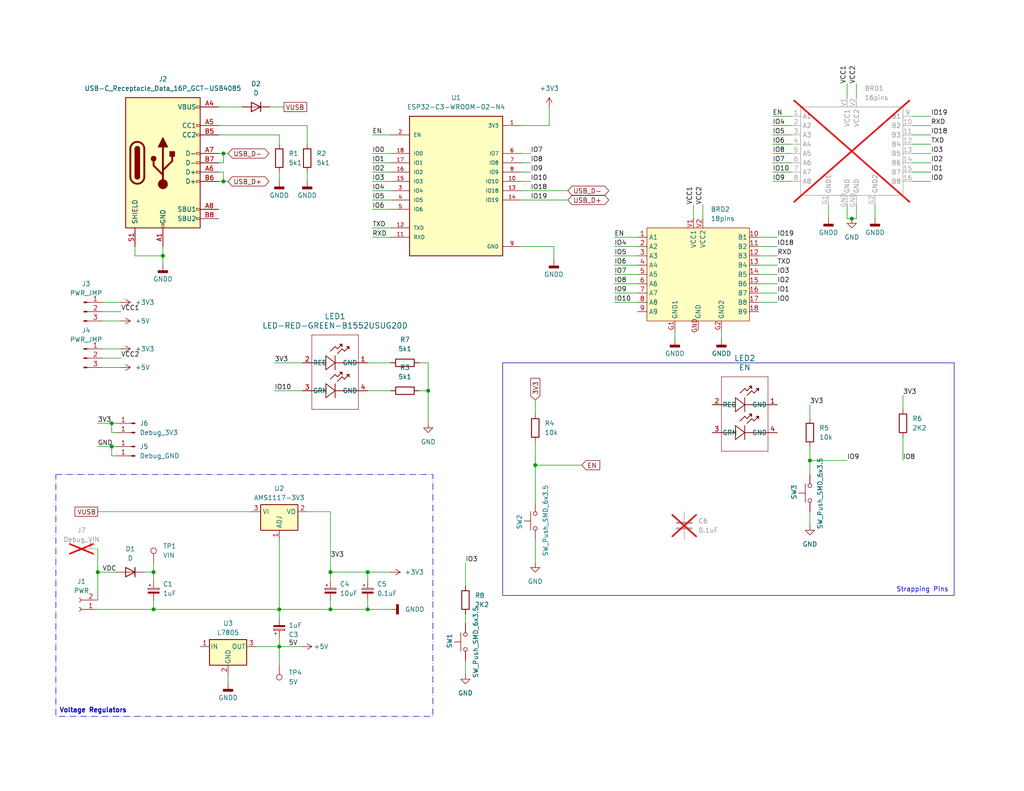
<source format=kicad_sch>
(kicad_sch (version 20250114) (generator "eeschema") (generator_version "9.0")
  (paper "USLetter")
  (lib_symbols
    (symbol "+5V_1" (power) (pin_numbers (hide yes)) (pin_names (offset 0) (hide yes))
      (property "Value" "+5V" (at 0 3.556 0))
      (symbol "+5V_1_0_1"
        (polyline (pts (xy -0.762 1.27) (xy 0 2.54)))
        (polyline (pts (xy 0 2.54) (xy 0.762 1.27)))
        (polyline (pts (xy 0 0) (xy 0 2.54)))
      )
      (symbol "+5V_1_1_1"
        (pin power_in line (at 0 0 90) (length 0) (name "~") (number "1"))
      )
    )
    (symbol "Alexander KiCad Libraries:AMS1117-3V3" (exclude_from_sim yes)
      (property "Reference" "U" (at 0 -0.254 0))
      (property "Value" "AMS1117-3V3" (at -0.508 1.778 0))
      (symbol "AMS1117-3V3_0_1"
        (rectangle (start -5.08 -8.89) (end 5.08 -1.905) (stroke (width 0.254)) (fill (type background)))
      )
      (symbol "AMS1117-3V3_1_1"
        (pin power_in line (at -7.62 -3.81 0) (length 2.54) (name "VI") (number "3"))
        (pin power_out line (at 0 -11.43 90) (length 2.54) (name "ADJ") (number "1"))
        (pin power_out line (at 7.62 -3.81 180) (length 2.54) (name "VO") (number "2"))
      )
    )
    (symbol "Alexander KiCad Libraries:BRD-PowerAdapter-ESP32C3"
      (property "Reference" "BRD" (at -11.176 3.302 0))
      (property "Value" "16pins" (at 0.508 -10.922 0))
      (symbol "BRD-PowerAdapter-ESP32C3_0_1"
        (rectangle (start -13.97 0) (end 13.97 -24.13))
      )
      (symbol "BRD-PowerAdapter-ESP32C3_1_0"
        (pin bidirectional line (at -16.51 -5.08 0) (length 2.54) (name "A2") (number "2"))
        (pin bidirectional line (at -16.51 -7.62 0) (length 2.54) (name "A3") (number "3"))
        (pin bidirectional line (at -16.51 -10.16 0) (length 2.54) (name "A4") (number "4"))
        (pin bidirectional line (at -16.51 -12.7 0) (length 2.54) (name "A5") (number "5"))
        (pin bidirectional line (at -16.51 -15.24 0) (length 2.54) (name "A6") (number "6"))
        (pin bidirectional line (at -16.51 -17.78 0) (length 2.54) (name "A7") (number "7"))
        (pin bidirectional line (at -16.51 -20.32 0) (length 2.54) (name "A8") (number "8"))
        (pin bidirectional line (at 16.51 -5.08 180) (length 2.54) (name "B2") (number "10"))
        (pin bidirectional line (at 16.51 -7.62 180) (length 2.54) (name "B3") (number "11"))
        (pin bidirectional line (at 16.51 -10.16 180) (length 2.54) (name "B4") (number "12"))
        (pin bidirectional line (at 16.51 -12.7 180) (length 2.54) (name "B5") (number "13"))
        (pin bidirectional line (at 16.51 -15.24 180) (length 2.54) (name "B6") (number "14"))
        (pin bidirectional line (at 16.51 -17.78 180) (length 2.54) (name "B7") (number "15"))
        (pin bidirectional line (at 16.51 -20.32 180) (length 2.54) (name "B8") (number "16"))
      )
      (symbol "BRD-PowerAdapter-ESP32C3_1_1"
        (pin bidirectional line (at -16.51 -2.54 0) (length 2.54) (name "A1") (number "1"))
        (pin input line (at -6.35 -26.67 90) (length 2.54) (name "GND1") (number "G1"))
        (pin input line (at -1.27 2.54 270) (length 2.54) (name "VCC1") (number "V1"))
        (pin input line (at -1.27 -26.67 90) (length 2.54) (name "GND") (number "GND"))
        (pin input line (at 1.27 2.54 270) (length 2.54) (name "VCC2") (number "V2"))
        (pin input line (at 1.27 -26.67 90) (length 2.54) (name "GND") (number "GND"))
        (pin input line (at 6.35 -26.67 90) (length 2.54) (name "GND2") (number "G2"))
        (pin input line (at 16.51 -2.54 180) (length 2.54) (name "B1") (number "9"))
      )
    )
    (symbol "Alexander KiCad Libraries:Conn_Debug_01x02_Pin" (pin_names (offset 1.016) (hide yes))
      (property "Reference" "J" (at 0 2.54 0))
      (property "Value" "Conn_Debug_01x02_Pin" (at 0 -5.08 0))
      (symbol "Conn_Debug_01x02_Pin_1_1"
        (rectangle (start 0.8636 0.127) (end 0 -0.127) (stroke (width 0.1524)) (fill (type outline)))
        (rectangle (start 0.8636 -2.413) (end 0 -2.667) (stroke (width 0.1524)) (fill (type outline)))
        (polyline (pts (xy 1.27 0) (xy 0.8636 0)) (stroke (width 0.1524)))
        (polyline (pts (xy 1.27 -2.54) (xy 0.8636 -2.54)) (stroke (width 0.1524)))
        (pin passive line (at 5.08 0 180) (length 3.81) (name "DBG") (number "1"))
        (pin passive line (at 5.08 -2.54 180) (length 3.81) (name "DBG") (number "1"))
      )
    )
    (symbol "Alexander KiCad Libraries:ESP32-C3-WROOM-02-N4" (pin_names (offset 1.016))
      (property "Reference" "U" (at -12.7 21.082 0))
      (property "Value" "ESP32-C3-WROOM-02-N4" (at -13.208 -19.05 0))
      (symbol "ESP32-C3-WROOM-02-N4_0_0"
        (rectangle (start -12.7 20.32) (end 12.7 -17.78) (stroke (width 0.254)) (fill (type background)))
        (pin input line (at -17.78 15.24 0) (length 5.08) (name "EN") (number "2"))
        (pin bidirectional line (at -17.78 10.16 0) (length 5.08) (name "IO0") (number "18"))
        (pin bidirectional line (at -17.78 7.62 0) (length 5.08) (name "IO1") (number "17"))
        (pin bidirectional line (at -17.78 5.08 0) (length 5.08) (name "IO2") (number "16"))
        (pin bidirectional line (at -17.78 2.54 0) (length 5.08) (name "IO3") (number "15"))
        (pin bidirectional line (at -17.78 0 0) (length 5.08) (name "IO4") (number "3"))
        (pin bidirectional line (at -17.78 -2.54 0) (length 5.08) (name "IO5") (number "4"))
        (pin bidirectional line (at -17.78 -5.08 0) (length 5.08) (name "IO6") (number "5"))
        (pin bidirectional line (at -17.78 -10.16 0) (length 5.08) (name "TXD") (number "12"))
        (pin bidirectional line (at -17.78 -12.7 0) (length 5.08) (name "RXD") (number "11"))
        (pin power_in line (at 17.78 17.78 180) (length 5.08) (name "3V3") (number "1"))
        (pin bidirectional line (at 17.78 10.16 180) (length 5.08) (name "IO7") (number "6"))
        (pin bidirectional line (at 17.78 7.62 180) (length 5.08) (name "IO8") (number "7"))
        (pin bidirectional line (at 17.78 5.08 180) (length 5.08) (name "IO9") (number "8"))
        (pin bidirectional line (at 17.78 2.54 180) (length 5.08) (name "IO10") (number "10"))
        (pin bidirectional line (at 17.78 0 180) (length 5.08) (name "IO18") (number "13"))
        (pin bidirectional line (at 17.78 -2.54 180) (length 5.08) (name "IO19") (number "14"))
        (pin power_in line (at 17.78 -15.24 180) (length 5.08) (hide yes) (name "GND__1") (number "19"))
        (pin power_in line (at 17.78 -15.24 180) (length 5.08) (hide yes) (name "GND__2") (number "20"))
        (pin power_in line (at 17.78 -15.24 180) (length 5.08) (hide yes) (name "GND__3") (number "21"))
        (pin power_in line (at 17.78 -15.24 180) (length 5.08) (hide yes) (name "GND__4") (number "22"))
        (pin power_in line (at 17.78 -15.24 180) (length 5.08) (hide yes) (name "GND__5") (number "23"))
        (pin power_in line (at 17.78 -15.24 180) (length 5.08) (hide yes) (name "GND__6") (number "24"))
        (pin power_in line (at 17.78 -15.24 180) (length 5.08) (hide yes) (name "GND__7") (number "25"))
        (pin power_in line (at 17.78 -15.24 180) (length 5.08) (hide yes) (name "GND__8") (number "26"))
        (pin power_in line (at 17.78 -15.24 180) (length 5.08) (hide yes) (name "GND__9") (number "27"))
        (pin power_in line (at 17.78 -15.24 180) (length 5.08) (hide yes) (name "GND__10") (number "28"))
        (pin power_in line (at 17.78 -15.24 180) (length 5.08) (hide yes) (name "GND__11") (number "29"))
        (pin power_in line (at 17.78 -15.24 180) (length 5.08) (hide yes) (name "GND__12") (number "30"))
        (pin power_in line (at 17.78 -15.24 180) (length 5.08) (hide yes) (name "GND__13") (number "31"))
        (pin power_in line (at 17.78 -15.24 180) (length 5.08) (hide yes) (name "GND__14") (number "32"))
        (pin power_in line (at 17.78 -15.24 180) (length 5.08) (hide yes) (name "GND__15") (number "33"))
        (pin power_in line (at 17.78 -15.24 180) (length 5.08) (hide yes) (name "GND__16") (number "34"))
        (pin power_in line (at 17.78 -15.24 180) (length 5.08) (hide yes) (name "GND__17") (number "35"))
        (pin power_in line (at 17.78 -15.24 180) (length 5.08) (hide yes) (name "GND__18") (number "36"))
        (pin power_in line (at 17.78 -15.24 180) (length 5.08) (hide yes) (name "GND__19") (number "37"))
        (pin power_in line (at 17.78 -15.24 180) (length 5.08) (hide yes) (name "GND__20") (number "38"))
        (pin power_in line (at 17.78 -15.24 180) (length 5.08) (hide yes) (name "GND__21") (number "39"))
        (pin power_in line (at 17.78 -15.24 180) (length 5.08) (name "GND") (number "9"))
      )
    )
    (symbol "Alexander Symbol Library:USB-C_Receptacle_Data_16P_GCT-USB4085" (pin_names (offset 1.016))
      (property "Reference" "J" (at 0 22.225 0))
      (property "Value" "USB-C_Receptacle_Data_16P_GCT-USB4085" (at 0 19.685 0))
      (symbol "USB-C_Receptacle_Data_16P_GCT-USB4085_0_0"
        (rectangle (start -0.254 -17.78) (end 0.254 -16.764))
        (rectangle (start 10.16 15.494) (end 9.144 14.986))
        (rectangle (start 10.16 10.414) (end 9.144 9.906))
        (rectangle (start 10.16 7.874) (end 9.144 7.366))
        (rectangle (start 10.16 2.794) (end 9.144 2.286))
        (rectangle (start 10.16 0.254) (end 9.144 -0.254))
        (rectangle (start 10.16 -2.286) (end 9.144 -2.794))
        (rectangle (start 10.16 -4.826) (end 9.144 -5.334))
        (rectangle (start 10.16 -12.446) (end 9.144 -12.954))
        (rectangle (start 10.16 -14.986) (end 9.144 -15.494))
      )
      (symbol "USB-C_Receptacle_Data_16P_GCT-USB4085_0_1"
        (rectangle (start -10.16 17.78) (end 10.16 -17.78) (stroke (width 0.254)) (fill (type background)))
        (polyline (pts (xy -8.89 -3.81) (xy -8.89 3.81)) (stroke (width 0.508)))
        (rectangle (start -7.62 -3.81) (end -6.35 3.81) (stroke (width 0.254)) (fill (type outline)))
        (arc (start -7.62 3.81) (mid -6.985 4.4423) (end -6.35 3.81) (stroke (width 0.254)))
        (arc (start -7.62 3.81) (mid -6.985 4.4423) (end -6.35 3.81) (stroke (width 0.254)) (fill (type outline)))
        (arc (start -8.89 3.81) (mid -6.985 5.7067) (end -5.08 3.81) (stroke (width 0.508)))
        (arc (start -5.08 -3.81) (mid -6.985 -5.7067) (end -8.89 -3.81) (stroke (width 0.508)))
        (arc (start -6.35 -3.81) (mid -6.985 -4.4423) (end -7.62 -3.81) (stroke (width 0.254)))
        (arc (start -6.35 -3.81) (mid -6.985 -4.4423) (end -7.62 -3.81) (stroke (width 0.254)) (fill (type outline)))
        (polyline (pts (xy -5.08 3.81) (xy -5.08 -3.81)) (stroke (width 0.508)))
        (circle (center -2.54 1.143) (radius 0.635) (stroke (width 0.254)) (fill (type outline)))
        (polyline (pts (xy -1.27 4.318) (xy 0 6.858) (xy 1.27 4.318) (xy -1.27 4.318)) (stroke (width 0.254)) (fill (type outline)))
        (polyline (pts (xy 0 -2.032) (xy 2.54 0.508) (xy 2.54 1.778)) (stroke (width 0.508)))
        (polyline (pts (xy 0 -3.302) (xy -2.54 -0.762) (xy -2.54 0.508)) (stroke (width 0.508)))
        (polyline (pts (xy 0 -5.842) (xy 0 4.318)) (stroke (width 0.508)))
        (circle (center 0 -5.842) (radius 1.27) (fill (type outline)))
        (rectangle (start 1.905 1.778) (end 3.175 3.048) (stroke (width 0.254)) (fill (type outline)))
      )
      (symbol "USB-C_Receptacle_Data_16P_GCT-USB4085_1_1"
        (pin power_in line (at -7.62 -22.86 90) (length 5.08) (name "SHIELD") (number "S1"))
        (pin power_in line (at -7.62 -22.86 90) (length 5.08) (hide yes) (name "SHIELD") (number "S2"))
        (pin power_in line (at -7.62 -22.86 90) (length 5.08) (hide yes) (name "SHIELD") (number "S3"))
        (pin power_in line (at -7.62 -22.86 90) (length 5.08) (hide yes) (name "SHIELD") (number "S4"))
        (pin power_in line (at 0 -22.86 90) (length 5.08) (name "GND") (number "A1"))
        (pin power_in line (at 0 -22.86 90) (length 5.08) (hide yes) (name "GND") (number "A12"))
        (pin power_in line (at 0 -22.86 90) (length 5.08) (hide yes) (name "GND") (number "B1"))
        (pin power_in line (at 0 -22.86 90) (length 5.08) (hide yes) (name "GND") (number "B12"))
        (pin power_out line (at 15.24 15.24 180) (length 5.08) (name "VBUS") (number "A4"))
        (pin power_out line (at 15.24 15.24 180) (length 5.08) (hide yes) (name "VBUS") (number "A9"))
        (pin power_out line (at 15.24 15.24 180) (length 5.08) (hide yes) (name "VBUS") (number "B4"))
        (pin passive line (at 15.24 15.24 180) (length 5.08) (hide yes) (name "VBUS") (number "B9"))
        (pin bidirectional line (at 15.24 10.16 180) (length 5.08) (name "CC1") (number "A5"))
        (pin bidirectional line (at 15.24 7.62 180) (length 5.08) (name "CC2") (number "B5"))
        (pin bidirectional line (at 15.24 2.54 180) (length 5.08) (name "D-") (number "A7"))
        (pin bidirectional line (at 15.24 0 180) (length 5.08) (name "D-") (number "B7"))
        (pin bidirectional line (at 15.24 -2.54 180) (length 5.08) (name "D+") (number "A6"))
        (pin bidirectional line (at 15.24 -5.08 180) (length 5.08) (name "D+") (number "B6"))
        (pin bidirectional line (at 15.24 -12.7 180) (length 5.08) (name "SBU1") (number "A8"))
        (pin bidirectional line (at 15.24 -15.24 180) (length 5.08) (name "SBU2") (number "B8"))
      )
    )
    (symbol "Alexander Symbols Library:BRD-PowerAdapter-ESP32C3_18P"
      (property "Reference" "BRD" (at -11.176 3.302 0))
      (property "Value" "18pins" (at 0.508 -10.922 0))
      (symbol "BRD-PowerAdapter-ESP32C3_18P_1_0"
        (pin bidirectional line (at -16.51 -5.08 0) (length 2.54) (name "A2") (number "2"))
        (pin bidirectional line (at -16.51 -7.62 0) (length 2.54) (name "A3") (number "3"))
        (pin bidirectional line (at -16.51 -10.16 0) (length 2.54) (name "A4") (number "4"))
        (pin bidirectional line (at -16.51 -12.7 0) (length 2.54) (name "A5") (number "5"))
        (pin bidirectional line (at -16.51 -15.24 0) (length 2.54) (name "A6") (number "6"))
        (pin bidirectional line (at -16.51 -17.78 0) (length 2.54) (name "A7") (number "7"))
        (pin bidirectional line (at -16.51 -20.32 0) (length 2.54) (name "A8") (number "8"))
        (pin bidirectional line (at 16.51 -5.08 180) (length 2.54) (name "B2") (number "11"))
        (pin bidirectional line (at 16.51 -7.62 180) (length 2.54) (name "B3") (number "12"))
        (pin bidirectional line (at 16.51 -10.16 180) (length 2.54) (name "B4") (number "13"))
        (pin bidirectional line (at 16.51 -12.7 180) (length 2.54) (name "B5") (number "14"))
        (pin bidirectional line (at 16.51 -15.24 180) (length 2.54) (name "B6") (number "15"))
        (pin bidirectional line (at 16.51 -17.78 180) (length 2.54) (name "B7") (number "16"))
        (pin bidirectional line (at 16.51 -20.32 180) (length 2.54) (name "B8") (number "17"))
        (pin bidirectional line (at 16.51 -22.86 180) (length 2.54) (name "B9") (number "18"))
      )
      (symbol "BRD-PowerAdapter-ESP32C3_18P_1_1"
        (rectangle (start -13.97 0) (end 13.97 -25.4) (fill (type background)))
        (pin bidirectional line (at -16.51 -2.54 0) (length 2.54) (name "A1") (number "1"))
        (pin bidirectional line (at -16.51 -22.86 0) (length 2.54) (name "A9") (number "9"))
        (pin input line (at -6.35 -27.94 90) (length 2.54) (name "GND1") (number "G1"))
        (pin input line (at -1.27 2.54 270) (length 2.54) (name "VCC1") (number "V1"))
        (pin input line (at 0 -27.94 90) (length 2.54) (name "GND") (number "GND"))
        (pin input line (at 0 -27.94 90) (length 2.54) (hide yes) (name "GND") (number "GND"))
        (pin input line (at 1.27 2.54 270) (length 2.54) (name "VCC2") (number "V2"))
        (pin input line (at 6.35 -27.94 90) (length 2.54) (name "GND2") (number "G2"))
        (pin bidirectional line (at 16.51 -2.54 180) (length 2.54) (name "B1") (number "10"))
      )
    )
    (symbol "Alexander_Library_Symbols:LED-RED-GREEN-B1552USUG20D" (pin_names (offset 0.254))
      (property "Reference" "LED" (at 8.89 20.955 0))
      (property "Value" "LED-RED-GREEN-B1552USUG20D" (at 8.89 17.78 0))
      (symbol "LED-RED-GREEN-B1552USUG20D_0_1"
        (polyline (pts (xy 2.54 7.62) (xy 2.54 -12.7)) (stroke (width 0.127)))
        (polyline (pts (xy 2.54 0) (xy 6.0198 0)) (stroke (width 0.2032)))
        (polyline (pts (xy 2.54 -7.62) (xy 6.0198 -7.62)) (stroke (width 0.2032)))
        (polyline (pts (xy 2.54 -12.7) (xy 15.24 -12.7)) (stroke (width 0.127)))
        (polyline (pts (xy 5.715 0) (xy 6.35 0)) (stroke (width 0.2032)))
        (polyline (pts (xy 5.715 -7.62) (xy 6.35 -7.62)) (stroke (width 0.2032)))
        (polyline (pts (xy 6.35 1.905) (xy 6.35 -1.905)) (stroke (width 0.2032)))
        (polyline (pts (xy 6.35 -1.905) (xy 8.89 0)) (stroke (width 0.2032)))
        (polyline (pts (xy 6.35 -5.715) (xy 6.35 -9.525)) (stroke (width 0.2032)))
        (polyline (pts (xy 6.35 -9.525) (xy 8.89 -7.62)) (stroke (width 0.2032)))
        (polyline (pts (xy 7.62 3.175) (xy 8.89 4.445)) (stroke (width 0.2032)))
        (polyline (pts (xy 7.62 -4.445) (xy 8.89 -3.175)) (stroke (width 0.2032)))
        (polyline (pts (xy 8.89 4.445) (xy 9.525 3.81)) (stroke (width 0.2032)))
        (polyline (pts (xy 8.89 0) (xy 6.35 1.905)) (stroke (width 0.2032)))
        (polyline (pts (xy 8.89 0) (xy 15.24 0)) (stroke (width 0.2032)))
        (polyline (pts (xy 8.89 -1.905) (xy 8.89 1.905)) (stroke (width 0.2032)))
        (polyline (pts (xy 8.89 -3.175) (xy 9.525 -3.81)) (stroke (width 0.2032)))
        (polyline (pts (xy 8.89 -7.62) (xy 6.35 -5.715)) (stroke (width 0.2032)))
        (polyline (pts (xy 8.89 -7.62) (xy 15.24 -7.62)) (stroke (width 0.2032)))
        (polyline (pts (xy 8.89 -9.525) (xy 8.89 -5.715)) (stroke (width 0.2032)))
        (polyline (pts (xy 9.525 3.81) (xy 10.795 5.08)) (stroke (width 0.2032)))
        (polyline (pts (xy 9.525 2.54) (xy 10.795 3.81)) (stroke (width 0.2032)))
        (polyline (pts (xy 9.525 -3.81) (xy 10.795 -2.54)) (stroke (width 0.2032)))
        (polyline (pts (xy 9.525 -5.08) (xy 10.795 -3.81)) (stroke (width 0.2032)))
        (polyline (pts (xy 10.16 5.08) (xy 10.795 4.445)) (stroke (width 0.2032)))
        (polyline (pts (xy 10.16 -2.54) (xy 10.795 -3.175)) (stroke (width 0.2032)))
        (polyline (pts (xy 10.795 5.08) (xy 10.16 5.08)) (stroke (width 0.2032)))
        (polyline (pts (xy 10.795 4.445) (xy 10.795 5.08)) (stroke (width 0.2032)))
        (polyline (pts (xy 10.795 3.81) (xy 11.43 3.175)) (stroke (width 0.2032)))
        (polyline (pts (xy 10.795 -2.54) (xy 10.16 -2.54)) (stroke (width 0.2032)))
        (polyline (pts (xy 10.795 -3.175) (xy 10.795 -2.54)) (stroke (width 0.2032)))
        (polyline (pts (xy 10.795 -3.81) (xy 11.43 -4.445)) (stroke (width 0.2032)))
        (polyline (pts (xy 11.43 3.175) (xy 12.7 4.445)) (stroke (width 0.2032)))
        (polyline (pts (xy 11.43 -4.445) (xy 12.7 -3.175)) (stroke (width 0.2032)))
        (polyline (pts (xy 12.065 4.445) (xy 12.7 3.81)) (stroke (width 0.2032)))
        (polyline (pts (xy 12.065 -3.175) (xy 12.7 -3.81)) (stroke (width 0.2032)))
        (polyline (pts (xy 12.7 4.445) (xy 12.065 4.445)) (stroke (width 0.2032)))
        (polyline (pts (xy 12.7 3.81) (xy 12.7 4.445)) (stroke (width 0.2032)))
        (polyline (pts (xy 12.7 -3.175) (xy 12.065 -3.175)) (stroke (width 0.2032)))
        (polyline (pts (xy 12.7 -3.81) (xy 12.7 -3.175)) (stroke (width 0.2032)))
        (polyline (pts (xy 15.24 7.62) (xy 2.54 7.62)) (stroke (width 0.127)))
        (polyline (pts (xy 15.24 -12.7) (xy 15.24 7.62)) (stroke (width 0.127)))
        (pin power_out line (at 0 0 0) (length 2.54) (name "RED") (number "2"))
        (pin power_in line (at 0 -7.62 0) (length 2.54) (name "GRN") (number "3"))
        (pin power_in line (at 17.78 0 180) (length 2.54) (name "GND") (number "1"))
        (pin power_out line (at 17.78 -7.62 180) (length 2.54) (name "GND") (number "4"))
      )
    )
    (symbol "Alexander_Library_Symbols:SW_Push_SMD_6x3.5" (pin_numbers (hide yes)) (pin_names (offset 1.016) (hide yes))
      (property "Reference" "SW" (at 1.27 2.54 0))
      (property "Value" "SW_Push_SMD_6x3.5" (at 0 -1.524 0))
      (symbol "SW_Push_SMD_6x3.5_0_1"
        (circle (center -2.032 0) (radius 0.508))
        (polyline (pts (xy 0 1.27) (xy 0 3.048)))
        (circle (center 2.032 0) (radius 0.508))
        (polyline (pts (xy 2.54 1.27) (xy -2.54 1.27)))
        (pin passive line (at -5.08 0 0) (length 2.54) (name "1") (number "1"))
        (pin passive line (at 5.08 0 180) (length 2.54) (name "2") (number "2"))
      )
    )
    (symbol "Connector:Conn_01x01_Socket" (pin_names (offset 1.016) (hide yes))
      (property "Reference" "J" (at 0 2.54 0))
      (property "Value" "Conn_01x01_Socket" (at 0 -2.54 0))
      (symbol "Conn_01x01_Socket_1_1"
        (polyline (pts (xy -1.27 0) (xy -0.508 0)) (stroke (width 0.1524)))
        (arc (start 0 -0.508) (mid -0.5058 0) (end 0 0.508) (stroke (width 0.1524)))
        (pin passive line (at -5.08 0 0) (length 3.81) (name "Pin_1") (number "1"))
      )
    )
    (symbol "Connector:Conn_01x02_Socket" (pin_names (offset 1.016) (hide yes))
      (property "Reference" "J" (at 0 2.54 0))
      (property "Value" "Conn_01x02_Socket" (at 0 -5.08 0))
      (symbol "Conn_01x02_Socket_1_1"
        (polyline (pts (xy -1.27 0) (xy -0.508 0)) (stroke (width 0.1524)))
        (polyline (pts (xy -1.27 -2.54) (xy -0.508 -2.54)) (stroke (width 0.1524)))
        (arc (start 0 -0.508) (mid -0.5058 0) (end 0 0.508) (stroke (width 0.1524)))
        (arc (start 0 -3.048) (mid -0.5058 -2.54) (end 0 -2.032) (stroke (width 0.1524)))
        (pin passive line (at -5.08 0 0) (length 3.81) (name "Pin_1") (number "1"))
        (pin passive line (at -5.08 -2.54 0) (length 3.81) (name "Pin_2") (number "2"))
      )
    )
    (symbol "Connector:Conn_01x03_Pin" (pin_names (offset 1.016) (hide yes))
      (property "Reference" "J" (at 0 5.08 0))
      (property "Value" "Conn_01x03_Pin" (at 0 -5.08 0))
      (symbol "Conn_01x03_Pin_1_1"
        (rectangle (start 0.8636 2.667) (end 0 2.413) (stroke (width 0.1524)) (fill (type outline)))
        (rectangle (start 0.8636 0.127) (end 0 -0.127) (stroke (width 0.1524)) (fill (type outline)))
        (rectangle (start 0.8636 -2.413) (end 0 -2.667) (stroke (width 0.1524)) (fill (type outline)))
        (polyline (pts (xy 1.27 2.54) (xy 0.8636 2.54)) (stroke (width 0.1524)))
        (polyline (pts (xy 1.27 0) (xy 0.8636 0)) (stroke (width 0.1524)))
        (polyline (pts (xy 1.27 -2.54) (xy 0.8636 -2.54)) (stroke (width 0.1524)))
        (pin passive line (at 5.08 2.54 180) (length 3.81) (name "Pin_1") (number "1"))
        (pin passive line (at 5.08 0 180) (length 3.81) (name "Pin_2") (number "2"))
        (pin passive line (at 5.08 -2.54 180) (length 3.81) (name "Pin_3") (number "3"))
      )
    )
    (symbol "Connector:TestPoint" (pin_numbers (hide yes)) (pin_names (offset 0.762) (hide yes))
      (property "Reference" "TP" (at 0 6.858 0))
      (property "Value" "TestPoint" (at 0 5.08 0))
      (symbol "TestPoint_0_1"
        (circle (center 0 3.302) (radius 0.762))
      )
      (symbol "TestPoint_1_1"
        (pin passive line (at 0 0 90) (length 2.54) (name "1") (number "1"))
      )
    )
    (symbol "Device:C" (pin_numbers (hide yes)) (pin_names (offset 0.254))
      (property "Reference" "C" (at 0.635 2.54 0))
      (property "Value" "C" (at 0.635 -2.54 0))
      (symbol "C_0_1"
        (polyline (pts (xy -2.032 0.762) (xy 2.032 0.762)) (stroke (width 0.508)))
        (polyline (pts (xy -2.032 -0.762) (xy 2.032 -0.762)) (stroke (width 0.508)))
      )
      (symbol "C_1_1"
        (pin passive line (at 0 3.81 270) (length 2.794) (name "~") (number "1"))
        (pin passive line (at 0 -3.81 90) (length 2.794) (name "~") (number "2"))
      )
    )
    (symbol "Device:C_Polarized_Small" (pin_numbers (hide yes)) (pin_names (offset 0.254) (hide yes))
      (property "Reference" "C" (at 0.254 1.778 0))
      (property "Value" "C_Polarized_Small" (at 0.254 -2.032 0))
      (symbol "C_Polarized_Small_0_1"
        (rectangle (start -1.524 0.6858) (end 1.524 0.3048))
        (rectangle (start -1.524 -0.3048) (end 1.524 -0.6858) (fill (type outline)))
        (polyline (pts (xy -1.27 1.524) (xy -0.762 1.524)))
        (polyline (pts (xy -1.016 1.27) (xy -1.016 1.778)))
      )
      (symbol "C_Polarized_Small_1_1"
        (pin passive line (at 0 2.54 270) (length 1.8542) (name "~") (number "1"))
        (pin passive line (at 0 -2.54 90) (length 1.8542) (name "~") (number "2"))
      )
    )
    (symbol "Device:D" (pin_numbers (hide yes)) (pin_names (offset 1.016) (hide yes))
      (property "Reference" "D" (at 0 2.54 0))
      (property "Value" "D" (at 0 -2.54 0))
      (symbol "D_0_1"
        (polyline (pts (xy -1.27 1.27) (xy -1.27 -1.27)) (stroke (width 0.254)))
        (polyline (pts (xy 1.27 1.27) (xy 1.27 -1.27) (xy -1.27 0) (xy 1.27 1.27)) (stroke (width 0.254)))
        (polyline (pts (xy 1.27 0) (xy -1.27 0)))
      )
      (symbol "D_1_1"
        (pin passive line (at -3.81 0 0) (length 2.54) (name "K") (number "1"))
        (pin passive line (at 3.81 0 180) (length 2.54) (name "A") (number "2"))
      )
    )
    (symbol "Device:R" (pin_numbers (hide yes)) (pin_names (offset 0))
      (property "Reference" "R" (at 2.032 0 90))
      (property "Value" "R" (at 0 0 90))
      (symbol "R_0_1"
        (rectangle (start -1.016 -2.54) (end 1.016 2.54) (stroke (width 0.254)))
      )
      (symbol "R_1_1"
        (pin passive line (at 0 3.81 270) (length 1.27) (name "~") (number "1"))
        (pin passive line (at 0 -3.81 90) (length 1.27) (name "~") (number "2"))
      )
    )
    (symbol "Regulator_Linear:L7805" (pin_names (offset 0.254))
      (property "Reference" "U4" (at 0 6.35 0))
      (property "Value" "L7805" (at 0 3.81 0))
      (symbol "L7805_0_1"
        (rectangle (start -5.08 1.905) (end 5.08 -5.08) (stroke (width 0.254)) (fill (type background)))
      )
      (symbol "L7805_1_1"
        (pin power_in line (at -7.62 0 0) (length 2.54) (name "IN") (number "1"))
        (pin power_in line (at 0 -7.62 90) (length 2.54) (name "GND") (number "2"))
        (pin power_out line (at 7.62 0 180) (length 2.54) (name "OUT") (number "3"))
      )
    )
    (symbol "power:+3V3" (power) (pin_numbers (hide yes)) (pin_names (offset 0) (hide yes))
      (property "Value" "+3V3" (at 0 3.556 0))
      (symbol "+3V3_0_1"
        (polyline (pts (xy -0.762 1.27) (xy 0 2.54)))
        (polyline (pts (xy 0 2.54) (xy 0.762 1.27)))
        (polyline (pts (xy 0 0) (xy 0 2.54)))
      )
      (symbol "+3V3_1_1"
        (pin power_in line (at 0 0 90) (length 0) (name "~") (number "1"))
      )
    )
    (symbol "power:+5V" (power) (pin_names (offset 0))
      (property "Value" "+5V" (at 0 3.556 0))
      (symbol "+5V_0_1"
        (polyline (pts (xy -0.762 1.27) (xy 0 2.54)))
        (polyline (pts (xy 0 2.54) (xy 0.762 1.27)))
        (polyline (pts (xy 0 0) (xy 0 2.54)))
      )
      (symbol "+5V_1_1"
        (pin power_in line (at 0 0 90) (length 0) (hide yes) (name "+5V") (number "1"))
      )
    )
    (symbol "power:GND" (power) (pin_numbers (hide yes)) (pin_names (offset 0) (hide yes))
      (property "Value" "GND" (at 0 -3.81 0))
      (symbol "GND_0_1"
        (polyline (pts (xy 0 0) (xy 0 -1.27) (xy 1.27 -1.27) (xy 0 -2.54) (xy -1.27 -1.27) (xy 0 -1.27)))
      )
      (symbol "GND_1_1"
        (pin power_in line (at 0 0 270) (length 0) (name "~") (number "1"))
      )
    )
    (symbol "power:GNDD" (power) (pin_numbers (hide yes)) (pin_names (offset 0) (hide yes))
      (property "Value" "GNDD" (at 0 -3.175 0))
      (symbol "GNDD_0_1"
        (rectangle (start -1.27 -1.524) (end 1.27 -2.032) (stroke (width 0.254)) (fill (type outline)))
        (polyline (pts (xy 0 0) (xy 0 -1.524)))
      )
      (symbol "GNDD_1_1"
        (pin power_in line (at 0 0 270) (length 0) (name "~") (number "1"))
      )
    )
  )
  (rectangle (start 15.24 129.54) (end 118.11 195.58) (stroke (width 0) (type dash_dot)))
  (rectangle (start 137.16 99.06) (end 260.35 162.56))
  (text "Strapping Pins" (at 258.826 161.036 0) (effects (font (size 1.27 1.27)) (justify right)))
  (text "Voltage Regulators" (at 25.4 193.294 0) (effects (font (size 1.27 1.27) (thickness 0.254) (bold yes)) (justify top)))
  (junction (at 232.41 59.69))
  (junction (at 76.2 176.53))
  (junction (at 90.17 166.37))
  (junction (at 220.98 125.73))
  (junction (at 76.2 166.37))
  (junction (at 60.96 49.53))
  (junction (at 30.48 115.57))
  (junction (at 26.67 156.21))
  (junction (at 116.84 106.68))
  (junction (at 30.48 121.92))
  (junction (at 44.45 69.85))
  (junction (at 100.33 156.21))
  (junction (at 41.91 156.21))
  (junction (at 90.17 156.21))
  (junction (at 146.05 127))
  (junction (at 100.33 166.37))
  (junction (at 41.91 166.37))
  (junction (at 60.96 41.91))
  (wire (pts (xy 167.64 77.47) (xy 173.99 77.47)))
  (wire (pts (xy 90.17 163.83) (xy 90.17 166.37)))
  (wire (pts (xy 231.14 59.69) (xy 232.41 59.69)))
  (wire (pts (xy 220.98 139.7) (xy 220.98 143.51)))
  (wire (pts (xy 26.67 121.92) (xy 30.48 121.92)))
  (wire (pts (xy 207.01 80.01) (xy 212.09 80.01)))
  (wire (pts (xy 60.96 44.45) (xy 60.96 41.91)))
  (wire (pts (xy 142.24 67.31) (xy 151.13 67.31)))
  (wire (pts (xy 116.84 99.06) (xy 116.84 106.68)))
  (wire (pts (xy 207.01 82.55) (xy 212.09 82.55)))
  (wire (pts (xy 231.14 22.86) (xy 231.14 26.67)))
  (wire (pts (xy 167.64 67.31) (xy 173.99 67.31)))
  (wire (pts (xy 167.64 74.93) (xy 173.99 74.93)))
  (wire (pts (xy 149.86 34.29) (xy 142.24 34.29)))
  (wire (pts (xy 83.82 139.7) (xy 90.17 139.7)))
  (wire (pts (xy 142.24 54.61) (xy 154.94 54.61)))
  (wire (pts (xy 142.24 52.07) (xy 154.94 52.07)))
  (wire (pts (xy 101.6 54.61) (xy 106.68 54.61)))
  (wire (pts (xy 220.98 121.92) (xy 220.98 125.73)))
  (wire (pts (xy 59.69 29.21) (xy 66.04 29.21)))
  (wire (pts (xy 26.67 139.7) (xy 68.58 139.7)))
  (wire (pts (xy 220.98 129.54) (xy 220.98 125.73)))
  (wire (pts (xy 27.94 95.25) (xy 33.02 95.25)))
  (wire (pts (xy 189.23 55.88) (xy 189.23 59.69)))
  (wire (pts (xy 76.2 173.99) (xy 76.2 176.53)))
  (wire (pts (xy 59.69 34.29) (xy 83.82 34.29)))
  (wire (pts (xy 220.98 110.49) (xy 220.98 114.3)))
  (wire (pts (xy 26.67 115.57) (xy 30.48 115.57)))
  (wire (pts (xy 76.2 147.32) (xy 76.2 166.37)))
  (wire (pts (xy 246.38 119.38) (xy 246.38 125.73)))
  (wire (pts (xy 207.01 72.39) (xy 212.09 72.39)))
  (wire (pts (xy 220.98 125.73) (xy 231.14 125.73)))
  (wire (pts (xy 248.92 36.83) (xy 254 36.83)))
  (wire (pts (xy 60.96 41.91) (xy 62.23 41.91)))
  (wire (pts (xy 30.48 121.92) (xy 31.75 121.92)))
  (wire (pts (xy 210.82 46.99) (xy 215.9 46.99)))
  (wire (pts (xy 90.17 156.21) (xy 90.17 158.75)))
  (wire (pts (xy 69.85 176.53) (xy 76.2 176.53)))
  (wire (pts (xy 167.64 82.55) (xy 173.99 82.55)))
  (wire (pts (xy 27.94 85.09) (xy 33.02 85.09)))
  (wire (pts (xy 231.14 55.88) (xy 231.14 59.69)))
  (wire (pts (xy 76.2 176.53) (xy 76.2 181.61)))
  (wire (pts (xy 210.82 49.53) (xy 215.9 49.53)))
  (wire (pts (xy 207.01 74.93) (xy 212.09 74.93)))
  (wire (pts (xy 59.69 41.91) (xy 60.96 41.91)))
  (wire (pts (xy 39.37 156.21) (xy 41.91 156.21)))
  (wire (pts (xy 41.91 156.21) (xy 41.91 158.75)))
  (wire (pts (xy 210.82 41.91) (xy 215.9 41.91)))
  (wire (pts (xy 146.05 120.65) (xy 146.05 127)))
  (wire (pts (xy 60.96 49.53) (xy 62.23 49.53)))
  (wire (pts (xy 101.6 52.07) (xy 106.68 52.07)))
  (wire (pts (xy 26.67 166.37) (xy 41.91 166.37)))
  (wire (pts (xy 100.33 166.37) (xy 106.68 166.37)))
  (wire (pts (xy 83.82 46.99) (xy 83.82 49.53)))
  (wire (pts (xy 210.82 39.37) (xy 215.9 39.37)))
  (wire (pts (xy 76.2 46.99) (xy 76.2 49.53)))
  (wire (pts (xy 207.01 64.77) (xy 212.09 64.77)))
  (wire (pts (xy 248.92 31.75) (xy 254 31.75)))
  (wire (pts (xy 248.92 46.99) (xy 254 46.99)))
  (wire (pts (xy 76.2 36.83) (xy 76.2 39.37)))
  (wire (pts (xy 74.93 106.68) (xy 82.55 106.68)))
  (wire (pts (xy 101.6 46.99) (xy 106.68 46.99)))
  (wire (pts (xy 90.17 139.7) (xy 90.17 156.21)))
  (wire (pts (xy 101.6 49.53) (xy 106.68 49.53)))
  (wire (pts (xy 62.23 184.15) (xy 62.23 186.69)))
  (wire (pts (xy 36.83 69.85) (xy 44.45 69.85)))
  (wire (pts (xy 101.6 62.23) (xy 106.68 62.23)))
  (wire (pts (xy 146.05 127) (xy 158.75 127)))
  (wire (pts (xy 248.92 39.37) (xy 254 39.37)))
  (wire (pts (xy 114.3 106.68) (xy 116.84 106.68)))
  (wire (pts (xy 27.94 100.33) (xy 33.02 100.33)))
  (wire (pts (xy 101.6 64.77) (xy 106.68 64.77)))
  (wire (pts (xy 114.3 99.06) (xy 116.84 99.06)))
  (wire (pts (xy 36.83 67.31) (xy 36.83 69.85)))
  (wire (pts (xy 90.17 166.37) (xy 100.33 166.37)))
  (wire (pts (xy 76.2 166.37) (xy 90.17 166.37)))
  (wire (pts (xy 100.33 156.21) (xy 100.33 158.75)))
  (wire (pts (xy 31.75 124.46) (xy 30.48 124.46)))
  (wire (pts (xy 238.76 55.88) (xy 238.76 59.69)))
  (wire (pts (xy 127 180.34) (xy 127 184.15)))
  (wire (pts (xy 73.66 29.21) (xy 77.47 29.21)))
  (wire (pts (xy 207.01 69.85) (xy 212.09 69.85)))
  (wire (pts (xy 184.15 90.17) (xy 184.15 92.71)))
  (wire (pts (xy 100.33 163.83) (xy 100.33 166.37)))
  (wire (pts (xy 226.06 55.88) (xy 226.06 59.69)))
  (wire (pts (xy 248.92 34.29) (xy 254 34.29)))
  (wire (pts (xy 100.33 156.21) (xy 106.68 156.21)))
  (wire (pts (xy 233.68 55.88) (xy 233.68 59.69)))
  (wire (pts (xy 210.82 31.75) (xy 215.9 31.75)))
  (wire (pts (xy 248.92 49.53) (xy 254 49.53)))
  (wire (pts (xy 191.77 55.88) (xy 191.77 59.69)))
  (wire (pts (xy 233.68 59.69) (xy 232.41 59.69)))
  (wire (pts (xy 210.82 44.45) (xy 215.9 44.45)))
  (wire (pts (xy 41.91 153.67) (xy 41.91 156.21)))
  (wire (pts (xy 100.33 106.68) (xy 106.68 106.68)))
  (wire (pts (xy 76.2 166.37) (xy 76.2 168.91)))
  (wire (pts (xy 233.68 22.86) (xy 233.68 26.67)))
  (wire (pts (xy 116.84 106.68) (xy 116.84 115.57)))
  (wire (pts (xy 142.24 44.45) (xy 144.78 44.45)))
  (wire (pts (xy 101.6 36.83) (xy 106.68 36.83)))
  (wire (pts (xy 142.24 41.91) (xy 144.78 41.91)))
  (wire (pts (xy 151.13 67.31) (xy 151.13 71.12)))
  (wire (pts (xy 167.64 69.85) (xy 173.99 69.85)))
  (wire (pts (xy 30.48 118.11) (xy 30.48 115.57)))
  (wire (pts (xy 146.05 109.22) (xy 146.05 113.03)))
  (wire (pts (xy 26.67 156.21) (xy 31.75 156.21)))
  (wire (pts (xy 26.67 149.86) (xy 26.67 156.21)))
  (wire (pts (xy 246.38 107.95) (xy 246.38 111.76)))
  (wire (pts (xy 146.05 147.32) (xy 146.05 153.67)))
  (wire (pts (xy 90.17 156.21) (xy 100.33 156.21)))
  (wire (pts (xy 41.91 163.83) (xy 41.91 166.37)))
  (wire (pts (xy 101.6 41.91) (xy 106.68 41.91)))
  (wire (pts (xy 142.24 49.53) (xy 144.78 49.53)))
  (wire (pts (xy 101.6 57.15) (xy 106.68 57.15)))
  (wire (pts (xy 248.92 44.45) (xy 254 44.45)))
  (wire (pts (xy 127 170.18) (xy 127 167.64)))
  (wire (pts (xy 59.69 36.83) (xy 76.2 36.83)))
  (wire (pts (xy 59.69 46.99) (xy 60.96 46.99)))
  (wire (pts (xy 44.45 69.85) (xy 44.45 72.39)))
  (wire (pts (xy 101.6 44.45) (xy 106.68 44.45)))
  (wire (pts (xy 44.45 67.31) (xy 44.45 69.85)))
  (wire (pts (xy 149.86 29.21) (xy 149.86 34.29)))
  (wire (pts (xy 41.91 166.37) (xy 76.2 166.37)))
  (wire (pts (xy 207.01 77.47) (xy 212.09 77.47)))
  (wire (pts (xy 76.2 176.53) (xy 82.55 176.53)))
  (wire (pts (xy 146.05 127) (xy 146.05 137.16)))
  (wire (pts (xy 167.64 64.77) (xy 173.99 64.77)))
  (wire (pts (xy 196.85 90.17) (xy 196.85 92.71)))
  (wire (pts (xy 60.96 46.99) (xy 60.96 49.53)))
  (wire (pts (xy 167.64 80.01) (xy 173.99 80.01)))
  (wire (pts (xy 74.93 99.06) (xy 82.55 99.06)))
  (wire (pts (xy 27.94 82.55) (xy 33.02 82.55)))
  (wire (pts (xy 167.64 72.39) (xy 173.99 72.39)))
  (wire (pts (xy 27.94 97.79) (xy 33.02 97.79)))
  (wire (pts (xy 26.67 156.21) (xy 26.67 163.83)))
  (wire (pts (xy 127 153.67) (xy 127 160.02)))
  (wire (pts (xy 30.48 124.46) (xy 30.48 121.92)))
  (wire (pts (xy 30.48 115.57) (xy 31.75 115.57)))
  (wire (pts (xy 248.92 41.91) (xy 254 41.91)))
  (wire (pts (xy 210.82 36.83) (xy 215.9 36.83)))
  (wire (pts (xy 59.69 44.45) (xy 60.96 44.45)))
  (wire (pts (xy 210.82 34.29) (xy 215.9 34.29)))
  (wire (pts (xy 100.33 99.06) (xy 106.68 99.06)))
  (wire (pts (xy 59.69 49.53) (xy 60.96 49.53)))
  (wire (pts (xy 142.24 46.99) (xy 144.78 46.99)))
  (wire (pts (xy 83.82 34.29) (xy 83.82 39.37)))
  (wire (pts (xy 27.94 87.63) (xy 33.02 87.63)))
  (wire (pts (xy 207.01 67.31) (xy 212.09 67.31)))
  (wire (pts (xy 31.75 118.11) (xy 30.48 118.11)))
  (label "IO6" (at 101.6 57.15 0))
  (label "5V" (at 78.74 176.53 0))
  (label "IO10" (at 144.78 49.53 0))
  (label "3V3" (at 246.38 107.95 0))
  (label "RXD" (at 254 34.29 0))
  (label "IO1" (at 101.6 44.45 0))
  (label "IO18" (at 254 36.83 0))
  (label "IO7" (at 167.64 74.93 0))
  (label "IO3" (at 101.6 49.53 0))
  (label "IO2" (at 254 44.45 0))
  (label "VCC2" (at 191.77 55.88 90))
  (label "RXD" (at 101.6 64.77 0))
  (label "VCC2" (at 233.68 22.86 90))
  (label "IO1" (at 254 46.99 0))
  (label "TXD" (at 212.09 72.39 0))
  (label "IO10" (at 74.93 106.68 0))
  (label "VCC2" (at 33.02 97.79 0))
  (label "IO6" (at 210.82 39.37 0))
  (label "IO6" (at 167.64 72.39 0))
  (label "3V3" (at 26.67 115.57 0))
  (label "IO19" (at 144.78 54.61 0))
  (label "IO0" (at 101.6 41.91 0))
  (label "TXD" (at 254 39.37 0))
  (label "3V3" (at 220.98 110.49 0))
  (label "VCC1" (at 189.23 55.88 90))
  (label "VDC" (at 27.94 156.21 0))
  (label "IO10" (at 210.82 46.99 0))
  (label "IO8" (at 167.64 77.47 0))
  (label "IO3" (at 212.09 74.93 0))
  (label "IO2" (at 101.6 46.99 0))
  (label "IO5" (at 101.6 54.61 0))
  (label "IO5" (at 167.64 69.85 0))
  (label "EN" (at 167.64 64.77 0))
  (label "IO3" (at 254 41.91 0))
  (label "IO9" (at 231.14 125.73 0))
  (label "EN" (at 101.6 36.83 0))
  (label "IO4" (at 210.82 34.29 0))
  (label "IO2" (at 212.09 77.47 0))
  (label "IO19" (at 212.09 64.77 0))
  (label "EN" (at 210.82 31.75 0))
  (label "IO8" (at 246.38 125.73 0))
  (label "GND" (at 26.67 121.92 0))
  (label "TXD" (at 101.6 62.23 0))
  (label "IO3" (at 127 153.67 0))
  (label "IO9" (at 167.64 80.01 0))
  (label "IO7" (at 210.82 44.45 0))
  (label "IO7" (at 144.78 41.91 0))
  (label "3V3" (at 90.17 152.4 0))
  (label "RXD" (at 212.09 69.85 0))
  (label "IO8" (at 210.82 41.91 0))
  (label "IO0" (at 254 49.53 0))
  (label "IO18" (at 144.78 52.07 0))
  (label "IO18" (at 212.09 67.31 0))
  (label "IO1" (at 212.09 80.01 0))
  (label "VCC1" (at 33.02 85.09 0))
  (label "IO4" (at 101.6 52.07 0))
  (label "IO4" (at 167.64 67.31 0))
  (label "IO19" (at 254 31.75 0))
  (label "IO9" (at 210.82 49.53 0))
  (label "IO9" (at 144.78 46.99 0))
  (label "IO5" (at 210.82 36.83 0))
  (label "IO8" (at 144.78 44.45 0))
  (label "3V3" (at 74.93 99.06 0))
  (label "IO10" (at 167.64 82.55 0))
  (label "IO0" (at 212.09 82.55 0))
  (label "VCC1" (at 231.14 22.86 90))
  (global_label "USB_D+" (shape bidirectional) (at 154.94 54.61 0) (property "Intersheetrefs" "${INTERSHEET_REFS}" (effects (hide yes))))
  (global_label "3V3" (shape input) (at 146.05 109.22 90) (property "Intersheetrefs" "${INTERSHEET_REFS}" (effects (hide yes))))
  (global_label "USB_D+" (shape bidirectional) (at 62.23 49.53 0) (property "Intersheetrefs" "${INTERSHEET_REFS}" (effects (hide yes))))
  (global_label "EN" (shape input) (at 158.75 127 0) (property "Intersheetrefs" "${INTERSHEET_REFS}" (effects (hide yes))))
  (global_label "USB_D-" (shape bidirectional) (at 154.94 52.07 0) (property "Intersheetrefs" "${INTERSHEET_REFS}" (effects (hide yes))))
  (global_label "USB_D-" (shape bidirectional) (at 62.23 41.91 0) (property "Intersheetrefs" "${INTERSHEET_REFS}" (effects (hide yes))))
  (global_label "VUSB" (shape passive) (at 26.67 139.7 180) (property "Intersheetrefs" "${INTERSHEET_REFS}" (effects (hide yes))))
  (global_label "VUSB" (shape passive) (at 77.47 29.21 0) (property "Intersheetrefs" "${INTERSHEET_REFS}" (effects (hide yes))))
  (symbol (lib_id "Device:D") (at 35.56 156.21 180) (unit 1)
    (property "Reference" "D1" (at 35.56 149.86 0))
    (property "Value" "D" (at 35.56 152.4 0))
    (property "Footprint" "Diode_SMD:D_1210_3225Metric" (effects (hide yes)))
    (property "Description" "Diode" (effects (hide yes)))
    (property "Sim.Device" "D" (effects (hide yes)))
    (property "Sim.Pins" "1=K 2=A" (effects (hide yes)))
  )
  (symbol (lib_id "power:+5V") (at 82.55 176.53 270) (unit 1)
    (property "Reference" "#PWR09" (effects (hide yes)))
    (property "Value" "+5V" (at 87.63 176.53 90))
  )
  (symbol (lib_id "power:GND") (at 146.05 153.67 0) (unit 1)
    (property "Reference" "#PWR020" (effects (hide yes)))
    (property "Value" "GND" (at 146.05 158.75 0))
    (property "Description" "Power symbol creates a global label with name \"GND\" , ground" (effects (hide yes)))
  )
  (symbol (lib_id "Device:R") (at 246.38 115.57 0) (unit 1)
    (property "Reference" "R6" (at 248.92 114.2999 0) (effects (justify left)))
    (property "Value" "2K2" (at 248.92 116.8399 0) (effects (justify left)))
    (property "Footprint" "Resistor_SMD:R_1206_3216Metric_Pad1.30x1.75mm_HandSolder" (effects (hide yes)))
    (property "Description" "Resistor" (effects (hide yes)))
  )
  (symbol (lib_id "Connector:Conn_01x03_Pin") (at 22.86 97.79 0) (unit 1)
    (property "Reference" "J4" (at 23.495 90.17 0))
    (property "Value" "PWR_JMP" (at 23.495 92.71 0))
    (property "Footprint" "Connector_PinHeader_2.54mm:PinHeader_1x03_P2.54mm_Vertical" (effects (hide yes)))
    (property "Description" "Generic connector, single row, 01x03, script generated" (effects (hide yes)))
  )
  (symbol (lib_id "Alexander_Library_Symbols:LED-RED-GREEN-B1552USUG20D") (at 82.55 99.06 0) (unit 1)
    (property "Reference" "LED1" (at 91.44 86.36 0) (effects (font (size 1.524 1.524))))
    (property "Value" "LED-RED-GREEN-B1552USUG20D" (at 91.44 88.9 0) (effects (font (size 1.524 1.524))))
    (property "Footprint" "Alexander Footprint Library:LED_B1552_HVK-M" (effects (hide yes)))
    (property "Datasheet" "B1552USUG20D000113U1930" (effects (hide yes)))
  )
  (symbol (lib_id "Alexander_Library_Symbols:SW_Push_SMD_6x3.5") (at 127 175.26 90) (mirror x) (unit 1)
    (property "Reference" "SW1" (at 122.682 177.038 0) (effects (justify right)))
    (property "Value" "SW_Push_SMD_6x3.5" (at 129.794 185.166 0) (effects (justify right)))
    (property "Footprint" "Alexander Footprint Library:SW_PUSH_6x3.5mm" (effects (hide yes)))
  )
  (symbol (lib_id "Alexander KiCad Libraries:BRD-PowerAdapter-ESP32C3") (at 232.41 29.21 0) (unit 1) (exclude_from_sim yes) (in_bom no) (on_board no) (dnp yes)
    (property "Reference" "BRD1" (at 235.8741 24.13 0) (effects (justify left)))
    (property "Value" "16pins" (at 235.8741 26.67 0) (effects (justify left)))
    (property "Footprint" "Alexander Footprint Library:BreadBoard-PowerAdapter-ESP32C3" (effects (hide yes)))
    (property "Description" "BRD PowerAdapter" (effects (hide yes)))
  )
  (symbol (lib_id "Device:R") (at 83.82 43.18 180) (unit 1)
    (property "Reference" "R2" (at 86.36 41.9099 0) (effects (justify right)))
    (property "Value" "5k1" (at 86.36 44.4499 0) (effects (justify right)))
    (property "Footprint" "Resistor_SMD:R_1206_3216Metric_Pad1.30x1.75mm_HandSolder" (effects (hide yes)))
    (property "Description" "Resistor" (effects (hide yes)))
  )
  (symbol (lib_name "+5V_1") (lib_id "power:+5V") (at 33.02 100.33 270) (unit 1)
    (property "Reference" "#PWR016" (effects (hide yes)))
    (property "Value" "+5V" (at 36.83 100.3299 90) (effects (justify left)))
    (property "Description" "Power symbol creates a global label with name \"+5V\"" (effects (hide yes)))
  )
  (symbol (lib_id "power:GNDD") (at 44.45 72.39 0) (unit 1)
    (property "Reference" "#PWR012" (effects (hide yes)))
    (property "Value" "GNDD" (at 44.45 76.2 0))
    (property "Description" "Power symbol creates a global label with name \"GNDD\" , digital ground" (effects (hide yes)))
  )
  (symbol (lib_id "Device:R") (at 220.98 118.11 0) (unit 1)
    (property "Reference" "R5" (at 223.52 116.8399 0) (effects (justify left)))
    (property "Value" "10k" (at 223.52 119.3799 0) (effects (justify left)))
    (property "Footprint" "Resistor_SMD:R_1206_3216Metric_Pad1.30x1.75mm_HandSolder" (effects (hide yes)))
    (property "Description" "Resistor" (effects (hide yes)))
  )
  (symbol (lib_id "Device:C_Polarized_Small") (at 90.17 161.29 0) (unit 1)
    (property "Reference" "C4" (at 92.71 159.4738 0) (effects (justify left)))
    (property "Value" "10uF" (at 92.71 162.0138 0) (effects (justify left)))
    (property "Footprint" "Capacitor_SMD:CP_Elec_3x5.3" (effects (hide yes)))
  )
  (symbol (lib_id "power:GNDD") (at 226.06 59.69 0) (unit 1)
    (property "Reference" "#PWR02" (effects (hide yes)))
    (property "Value" "GNDD" (at 226.06 63.5 0))
    (property "Description" "Power symbol creates a global label with name \"GNDD\" , digital ground" (effects (hide yes)))
  )
  (symbol (lib_id "power:GND") (at 116.84 115.57 0) (unit 1)
    (property "Reference" "#PWR017" (effects (hide yes)))
    (property "Value" "GND" (at 116.84 120.65 0))
    (property "Description" "Power symbol creates a global label with name \"GND\" , ground" (effects (hide yes)))
  )
  (symbol (lib_id "Device:R") (at 110.49 99.06 270) (unit 1)
    (property "Reference" "R7" (at 110.49 92.71 90))
    (property "Value" "5k1" (at 110.49 95.25 90))
    (property "Footprint" "Resistor_SMD:R_1206_3216Metric_Pad1.30x1.75mm_HandSolder" (effects (hide yes)))
    (property "Description" "Resistor" (effects (hide yes)))
  )
  (symbol (lib_id "power:GNDD") (at 76.2 49.53 0) (unit 1)
    (property "Reference" "#PWR013" (effects (hide yes)))
    (property "Value" "GNDD" (at 76.2 53.34 0))
    (property "Description" "Power symbol creates a global label with name \"GNDD\" , digital ground" (effects (hide yes)))
  )
  (symbol (lib_id "Device:C_Polarized_Small") (at 41.91 161.29 0) (unit 1)
    (property "Reference" "C1" (at 44.45 159.4738 0) (effects (justify left)))
    (property "Value" "1uF" (at 44.45 162.0138 0) (effects (justify left)))
    (property "Footprint" "Capacitor_SMD:CP_Elec_3x5.3" (effects (hide yes)))
  )
  (symbol (lib_id "power:GNDD") (at 62.23 186.69 0) (unit 1)
    (property "Reference" "#PWR08" (effects (hide yes)))
    (property "Value" "GNDD" (at 62.23 190.5 0))
    (property "Description" "Power symbol creates a global label with name \"GNDD\" , digital ground" (effects (hide yes)))
  )
  (symbol (lib_id "Alexander KiCad Libraries:Conn_Debug_01x02_Pin") (at 36.83 124.46 180) (unit 1) (on_board no)
    (property "Reference" "J5" (at 38.1 121.9199 0) (effects (justify right)))
    (property "Value" "Debug_GND" (at 38.1 124.4599 0) (effects (justify right)))
    (property "Footprint" "Alexander Footprint Library:Conn_Debug_1x02_P2.54mm" (effects (hide yes)))
    (property "Description" "Generic connector, single row, 01x02, script generated" (effects (hide yes)))
  )
  (symbol (lib_id "Alexander_Library_Symbols:LED-RED-GREEN-B1552USUG20D") (at 194.31 110.49 0) (unit 1)
    (property "Reference" "LED2" (at 203.2 97.79 0) (effects (font (size 1.524 1.524))))
    (property "Value" "EN" (at 203.2 100.33 0) (effects (font (size 1.524 1.524))))
    (property "Footprint" "Alexander Footprint Library:LED_B1552_HVK-M" (effects (hide yes)))
    (property "Datasheet" "B1552USUG20D000113U1930" (effects (hide yes)))
  )
  (symbol (lib_id "Alexander_Library_Symbols:SW_Push_SMD_6x3.5") (at 220.98 134.62 90) (mirror x) (unit 1)
    (property "Reference" "SW3" (at 216.662 136.398 0) (effects (justify right)))
    (property "Value" "SW_Push_SMD_6x3.5" (at 223.774 144.526 0) (effects (justify right)))
    (property "Footprint" "Alexander Footprint Library:SW_PUSH_6x3.5mm" (effects (hide yes)))
  )
  (symbol (lib_id "power:GNDD") (at 83.82 49.53 0) (unit 1)
    (property "Reference" "#PWR014" (effects (hide yes)))
    (property "Value" "GNDD" (at 83.82 53.34 0))
    (property "Description" "Power symbol creates a global label with name \"GNDD\" , digital ground" (effects (hide yes)))
  )
  (symbol (lib_id "Alexander_Library_Symbols:SW_Push_SMD_6x3.5") (at 146.05 142.24 90) (unit 1)
    (property "Reference" "SW2" (at 141.732 140.462 0) (effects (justify right)))
    (property "Value" "SW_Push_SMD_6x3.5" (at 148.844 132.334 0) (effects (justify right)))
    (property "Footprint" "Alexander Footprint Library:SW_PUSH_6x3.5mm" (effects (hide yes)))
  )
  (symbol (lib_id "Connector:Conn_01x01_Socket") (at 21.59 149.86 180) (unit 1) (exclude_from_sim yes) (in_bom no) (on_board no) (dnp yes)
    (property "Reference" "J7" (at 22.225 144.78 0))
    (property "Value" "Debug_VIN" (at 22.225 147.32 0))
    (property "Footprint" "Alexander Footprint Library:Conn_Probe" (effects (hide yes)))
    (property "Description" "Generic connector, single row, 01x01, script generated" (effects (hide yes)))
  )
  (symbol (lib_id "Alexander KiCad Libraries:AMS1117-3V3") (at 76.2 135.89 0) (unit 1) (exclude_from_sim yes)
    (property "Reference" "U2" (at 76.2 133.35 0))
    (property "Value" "AMS1117-3V3" (at 76.2 135.89 0))
    (property "Footprint" "Alexander Footprint Library:AMS1117 SOT-223" (effects (hide yes)))
    (property "Description" "AMS1117" (effects (hide yes)))
  )
  (symbol (lib_id "power:+3V3") (at 106.68 156.21 270) (unit 1)
    (property "Reference" "#PWR010" (effects (hide yes)))
    (property "Value" "+3V3" (at 113.03 156.21 90))
  )
  (symbol (lib_id "Alexander KiCad Libraries:ESP32-C3-WROOM-02-N4") (at 124.46 52.07 0) (unit 1)
    (property "Reference" "U1" (at 124.46 26.67 0))
    (property "Value" "ESP32-C3-WROOM-02-N4" (at 124.46 29.21 0))
    (property "Footprint" "Alexander Footprint Library:ESP32-C3-WROOM-02-H4" (effects (hide yes)))
    (property "MP" "ESP32-C3-WROOM-02-H4" (effects (hide yes)))
  )
  (symbol (lib_id "power:GNDD") (at 196.85 92.71 0) (unit 1)
    (property "Reference" "#PWR019" (effects (hide yes)))
    (property "Value" "GNDD" (at 196.85 96.52 0))
    (property "Description" "Power symbol creates a global label with name \"GNDD\" , digital ground" (effects (hide yes)))
  )
  (symbol (lib_id "power:+3V3") (at 33.02 95.25 270) (unit 1)
    (property "Reference" "#PWR015" (effects (hide yes)))
    (property "Value" "+3V3" (at 36.83 95.2499 90) (effects (justify left)))
    (property "Description" "Power symbol creates a global label with name \"+3V3\"" (effects (hide yes)))
  )
  (symbol (lib_id "Device:C_Polarized_Small") (at 76.2 171.45 0) (mirror x) (unit 1)
    (property "Reference" "C3" (at 78.74 173.2661 0) (effects (justify left)))
    (property "Value" "1uF" (at 78.74 170.7261 0) (effects (justify left)))
    (property "Footprint" "Capacitor_SMD:CP_Elec_3x5.3" (effects (hide yes)))
  )
  (symbol (lib_id "Device:R") (at 127 163.83 0) (unit 1)
    (property "Reference" "R8" (at 129.54 162.5599 0) (effects (justify left)))
    (property "Value" "2K2" (at 129.54 165.0999 0) (effects (justify left)))
    (property "Footprint" "Resistor_SMD:R_1206_3216Metric_Pad1.30x1.75mm_HandSolder" (effects (hide yes)))
    (property "Description" "Resistor" (effects (hide yes)))
  )
  (symbol (lib_id "Device:R") (at 146.05 116.84 0) (unit 1)
    (property "Reference" "R4" (at 148.59 115.5699 0) (effects (justify left)))
    (property "Value" "10k" (at 148.59 118.1099 0) (effects (justify left)))
    (property "Footprint" "Resistor_SMD:R_1206_3216Metric_Pad1.30x1.75mm_HandSolder" (effects (hide yes)))
    (property "Description" "Resistor" (effects (hide yes)))
  )
  (symbol (lib_id "power:+3V3") (at 33.02 82.55 270) (unit 1)
    (property "Reference" "#PWR04" (effects (hide yes)))
    (property "Value" "+3V3" (at 36.83 82.5499 90) (effects (justify left)))
    (property "Description" "Power symbol creates a global label with name \"+3V3\"" (effects (hide yes)))
  )
  (symbol (lib_id "Connector:TestPoint") (at 76.2 181.61 180) (unit 1) (on_board no)
    (property "Reference" "TP4" (at 78.74 183.6419 0) (effects (justify right)))
    (property "Value" "5V" (at 78.74 186.1819 0) (effects (justify right)))
    (property "Footprint" "TestPoint:TestPoint_Pad_D1.5mm" (effects (hide yes)))
    (property "Description" "test point" (effects (hide yes)))
  )
  (symbol (lib_id "Device:R") (at 76.2 43.18 180) (unit 1)
    (property "Reference" "R1" (at 78.74 41.9099 0) (effects (justify right)))
    (property "Value" "5k1" (at 78.74 44.4499 0) (effects (justify right)))
    (property "Footprint" "Resistor_SMD:R_1206_3216Metric_Pad1.30x1.75mm_HandSolder" (effects (hide yes)))
    (property "Description" "Resistor" (effects (hide yes)))
  )
  (symbol (lib_id "power:GNDD") (at 238.76 59.69 0) (unit 1)
    (property "Reference" "#PWR03" (effects (hide yes)))
    (property "Value" "GNDD" (at 238.76 63.5 0))
    (property "Description" "Power symbol creates a global label with name \"GNDD\" , digital ground" (effects (hide yes)))
  )
  (symbol (lib_id "power:GND") (at 127 184.15 0) (unit 1)
    (property "Reference" "#PWR018" (effects (hide yes)))
    (property "Value" "GND" (at 127 189.23 0))
    (property "Description" "Power symbol creates a global label with name \"GND\" , ground" (effects (hide yes)))
  )
  (symbol (lib_id "Device:C_Polarized_Small") (at 100.33 161.29 0) (unit 1)
    (property "Reference" "C5" (at 102.87 159.4738 0) (effects (justify left)))
    (property "Value" "0.1uF" (at 102.87 162.0138 0) (effects (justify left)))
    (property "Footprint" "Capacitor_SMD:CP_Elec_3x5.3" (effects (hide yes)))
  )
  (symbol (lib_id "Alexander Symbol Library:USB-C_Receptacle_Data_16P_GCT-USB4085") (at 44.45 44.45 0) (unit 1)
    (property "Reference" "J2" (at 44.45 21.59 0))
    (property "Value" "USB-C_Receptacle_Data_16P_GCT-USB4085" (at 44.45 24.13 0))
    (property "Footprint" "Alexander Footprint Library:USB-C_GCT CONN16_USB4085-GF-A" (effects (hide yes)))
  )
  (symbol (lib_id "power:GNDD") (at 151.13 71.12 0) (unit 1)
    (property "Reference" "#PWR06" (effects (hide yes)))
    (property "Value" "GNDD" (at 151.13 74.93 0))
    (property "Description" "Power symbol creates a global label with name \"GNDD\" , digital ground" (effects (hide yes)))
  )
  (symbol (lib_id "Alexander KiCad Libraries:Conn_Debug_01x02_Pin") (at 36.83 118.11 180) (unit 1)
    (property "Reference" "J6" (at 38.1 115.5699 0) (effects (justify right)))
    (property "Value" "Debug_3V3" (at 38.1 118.1099 0) (effects (justify right)))
    (property "Footprint" "Alexander Footprint Library:Conn_Debug_1x02_P2.54mm" (effects (hide yes)))
    (property "Description" "Generic connector, single row, 01x02, script generated" (effects (hide yes)))
  )
  (symbol (lib_id "power:GNDD") (at 106.68 166.37 90) (unit 1)
    (property "Reference" "#PWR011" (effects (hide yes)))
    (property "Value" "GNDD" (at 110.49 166.3699 90) (effects (justify right)))
    (property "Description" "Power symbol creates a global label with name \"GNDD\" , digital ground" (effects (hide yes)))
  )
  (symbol (lib_id "power:GND") (at 220.98 143.51 0) (unit 1)
    (property "Reference" "#PWR021" (effects (hide yes)))
    (property "Value" "GND" (at 220.98 148.59 0))
    (property "Description" "Power symbol creates a global label with name \"GND\" , ground" (effects (hide yes)))
  )
  (symbol (lib_id "Connector:Conn_01x03_Pin") (at 22.86 85.09 0) (unit 1)
    (property "Reference" "J3" (at 23.495 77.47 0))
    (property "Value" "PWR_JMP" (at 23.495 80.01 0))
    (property "Footprint" "Connector_PinHeader_2.54mm:PinHeader_1x03_P2.54mm_Vertical" (effects (hide yes)))
    (property "Description" "Generic connector, single row, 01x03, script generated" (effects (hide yes)))
  )
  (symbol (lib_id "power:GNDD") (at 184.15 92.71 0) (unit 1)
    (property "Reference" "#PWR022" (effects (hide yes)))
    (property "Value" "GNDD" (at 184.15 96.52 0))
    (property "Description" "Power symbol creates a global label with name \"GNDD\" , digital ground" (effects (hide yes)))
  )
  (symbol (lib_id "Regulator_Linear:L7805") (at 62.23 176.53 0) (unit 1)
    (property "Reference" "U3" (at 62.23 170.18 0))
    (property "Value" "L7805" (at 62.23 172.72 0))
    (property "Footprint" "Package_TO_SOT_SMD:TO-252-2" (effects (hide yes)))
    (property "Datasheet" "datasheets/Voltage-Regulator_L7805.pdf" (effects (hide yes)))
    (property "Description" "Voltage Regulator 1.5A Positive" (effects (hide yes)))
  )
  (symbol (lib_id "Device:C") (at 186.69 143.51 0) (unit 1) (exclude_from_sim yes) (in_bom no) (on_board no) (dnp yes)
    (property "Reference" "C6" (at 190.5 142.2399 0) (effects (justify left)))
    (property "Value" "0.1uF" (at 190.5 144.7799 0) (effects (justify left)))
    (property "Footprint" "Resistor_SMD:R_0612_1632Metric_Pad1.18x3.40mm_HandSolder" (effects (hide yes)))
    (property "Description" "Unpolarized capacitor" (effects (hide yes)))
  )
  (symbol (lib_id "Device:R") (at 110.49 106.68 270) (unit 1)
    (property "Reference" "R3" (at 110.49 100.33 90))
    (property "Value" "5k1" (at 110.49 102.87 90))
    (property "Footprint" "Resistor_SMD:R_1206_3216Metric_Pad1.30x1.75mm_HandSolder" (effects (hide yes)))
    (property "Description" "Resistor" (effects (hide yes)))
  )
  (symbol (lib_id "Device:D") (at 69.85 29.21 180) (unit 1)
    (property "Reference" "D2" (at 69.85 22.86 0))
    (property "Value" "D" (at 69.85 25.4 0))
    (property "Footprint" "Diode_SMD:D_1210_3225Metric" (effects (hide yes)))
    (property "Description" "Diode" (effects (hide yes)))
    (property "Sim.Device" "D" (effects (hide yes)))
    (property "Sim.Pins" "1=K 2=A" (effects (hide yes)))
  )
  (symbol (lib_id "power:+3V3") (at 149.86 29.21 0) (unit 1)
    (property "Reference" "#PWR07" (effects (hide yes)))
    (property "Value" "+3V3" (at 149.86 24.13 0))
    (property "Description" "Power symbol creates a global label with name \"+3V3\"" (effects (hide yes)))
  )
  (symbol (lib_id "power:GND") (at 232.41 59.69 0) (unit 1)
    (property "Reference" "#PWR01" (effects (hide yes)))
    (property "Value" "GND" (at 232.41 64.77 0))
    (property "Description" "Power symbol creates a global label with name \"GND\" , ground" (effects (hide yes)))
  )
  (symbol (lib_name "+5V_1") (lib_id "power:+5V") (at 33.02 87.63 270) (unit 1)
    (property "Reference" "#PWR05" (effects (hide yes)))
    (property "Value" "+5V" (at 36.83 87.6299 90) (effects (justify left)))
    (property "Description" "Power symbol creates a global label with name \"+5V\"" (effects (hide yes)))
  )
  (symbol (lib_id "Connector:TestPoint") (at 41.91 153.67 0) (unit 1) (on_board no)
    (property "Reference" "TP1" (at 44.45 149.0979 0) (effects (justify left)))
    (property "Value" "VIN" (at 44.45 151.6379 0) (effects (justify left)))
    (property "Footprint" "TestPoint:TestPoint_Pad_D1.5mm" (effects (hide yes)))
    (property "Description" "test point" (effects (hide yes)))
  )
  (symbol (lib_id "Connector:Conn_01x02_Socket") (at 21.59 166.37 180) (unit 1)
    (property "Reference" "J1" (at 22.225 158.75 0))
    (property "Value" "PWR" (at 22.225 161.29 0))
    (property "Footprint" "Connector_PinSocket_2.54mm:PinSocket_1x02_P2.54mm_Vertical" (effects (hide yes)))
  )
  (symbol (lib_id "Alexander Symbols Library:BRD-PowerAdapter-ESP32C3_18P") (at 190.5 62.23 0) (unit 1)
    (property "Reference" "BRD2" (at 193.9133 57.15 0) (effects (justify left)))
    (property "Value" "18pins" (at 193.9133 59.69 0) (effects (justify left)))
    (property "Footprint" "Alexander Footprints Library:Breadboard_PowerRails" (effects (hide yes)))
    (property "Description" "BRD PowerAdapter" (effects (hide yes)))
  )
)
</source>
